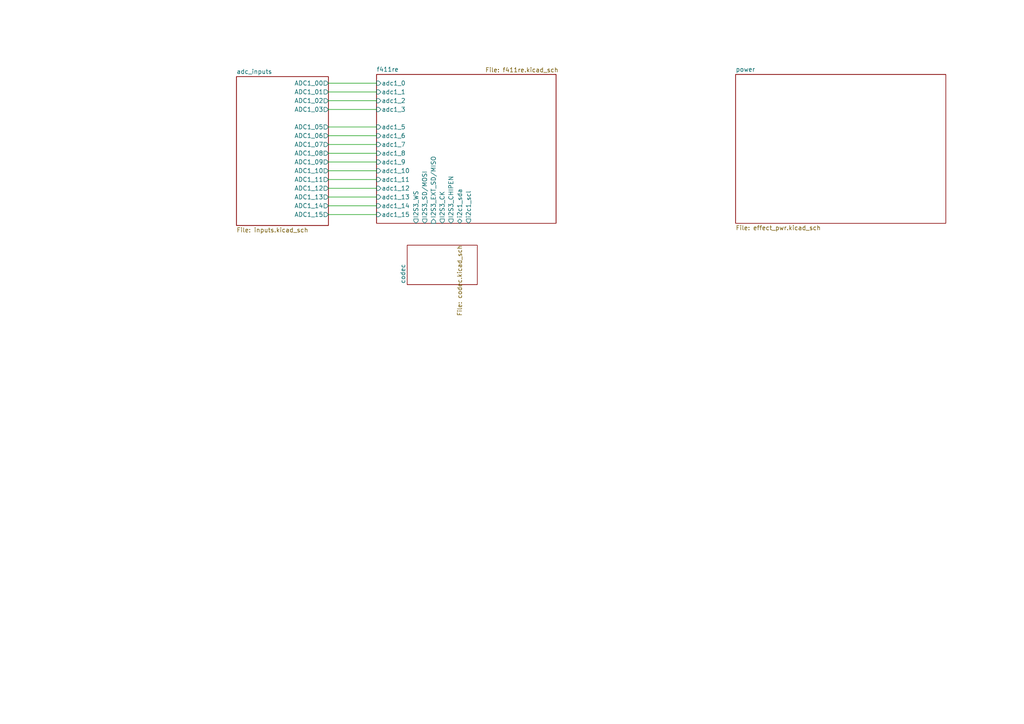
<source format=kicad_sch>
(kicad_sch
	(version 20231120)
	(generator "eeschema")
	(generator_version "8.0")
	(uuid "09776c74-59dd-487f-8ec3-05d79413a172")
	(paper "A4")
	(title_block
		(title "multiFX module")
	)
	(lib_symbols)
	(wire
		(pts
			(xy 95.25 57.15) (xy 109.22 57.15)
		)
		(stroke
			(width 0)
			(type default)
		)
		(uuid "4dd43e10-71b2-4f97-b56e-cd1adedc9372")
	)
	(wire
		(pts
			(xy 95.25 39.37) (xy 109.22 39.37)
		)
		(stroke
			(width 0)
			(type default)
		)
		(uuid "4e6c7394-720a-4516-9664-01422ad113d5")
	)
	(wire
		(pts
			(xy 95.25 44.45) (xy 109.22 44.45)
		)
		(stroke
			(width 0)
			(type default)
		)
		(uuid "606a2553-afa7-461b-96cd-a19e96bfe7b1")
	)
	(wire
		(pts
			(xy 95.25 24.13) (xy 109.22 24.13)
		)
		(stroke
			(width 0)
			(type default)
		)
		(uuid "6ba8eee8-ea44-4770-a059-432be85cc5c5")
	)
	(wire
		(pts
			(xy 95.25 49.53) (xy 109.22 49.53)
		)
		(stroke
			(width 0)
			(type default)
		)
		(uuid "7765b9ca-b276-4bc0-a932-0f581c57a92b")
	)
	(wire
		(pts
			(xy 95.25 62.23) (xy 109.22 62.23)
		)
		(stroke
			(width 0)
			(type default)
		)
		(uuid "781611d9-95d6-431d-87f9-b831ed1174e4")
	)
	(wire
		(pts
			(xy 95.25 31.75) (xy 109.22 31.75)
		)
		(stroke
			(width 0)
			(type default)
		)
		(uuid "7c5272e2-bbf5-4a0d-96aa-4c44507d7126")
	)
	(wire
		(pts
			(xy 95.25 54.61) (xy 109.22 54.61)
		)
		(stroke
			(width 0)
			(type default)
		)
		(uuid "822bd6db-45d8-45d9-924d-c3f893dc44b7")
	)
	(wire
		(pts
			(xy 95.25 26.67) (xy 109.22 26.67)
		)
		(stroke
			(width 0)
			(type default)
		)
		(uuid "9b2b0ba4-1673-4850-a07a-d1de7e71896e")
	)
	(wire
		(pts
			(xy 95.25 59.69) (xy 109.22 59.69)
		)
		(stroke
			(width 0)
			(type default)
		)
		(uuid "9e4a39f8-3f8f-4ff2-a5b5-cca3af6ede5d")
	)
	(wire
		(pts
			(xy 95.25 36.83) (xy 109.22 36.83)
		)
		(stroke
			(width 0)
			(type default)
		)
		(uuid "ab29364e-bd17-4c1d-b54b-5b54511b80f9")
	)
	(wire
		(pts
			(xy 95.25 52.07) (xy 109.22 52.07)
		)
		(stroke
			(width 0)
			(type default)
		)
		(uuid "c8830bd0-0b93-4e29-8aeb-2201d77274ef")
	)
	(wire
		(pts
			(xy 95.25 29.21) (xy 109.22 29.21)
		)
		(stroke
			(width 0)
			(type default)
		)
		(uuid "dfc2c2aa-baa5-4a6c-8f8a-4efb11022c14")
	)
	(wire
		(pts
			(xy 95.25 46.99) (xy 109.22 46.99)
		)
		(stroke
			(width 0)
			(type default)
		)
		(uuid "e174186e-f64b-4987-a6e5-5f2a30bac97d")
	)
	(wire
		(pts
			(xy 95.25 41.91) (xy 109.22 41.91)
		)
		(stroke
			(width 0)
			(type default)
		)
		(uuid "e2e982bb-ae62-4bcb-b094-db9b1a32eb7c")
	)
	(sheet
		(at 109.22 21.59)
		(size 52.07 43.18)
		(stroke
			(width 0.1524)
			(type solid)
		)
		(fill
			(color 0 0 0 0.0000)
		)
		(uuid "193d4c05-79ee-442f-9b12-c503b76619fb")
		(property "Sheetname" "f411re"
			(at 109.22 20.8784 0)
			(effects
				(font
					(size 1.27 1.27)
				)
				(justify left bottom)
			)
		)
		(property "Sheetfile" "f411re.kicad_sch"
			(at 140.716 19.558 0)
			(effects
				(font
					(size 1.27 1.27)
				)
				(justify left top)
			)
		)
		(pin "adc1_15" input
			(at 109.22 62.23 180)
			(effects
				(font
					(size 1.27 1.27)
				)
				(justify left)
			)
			(uuid "edb8b411-17de-43b1-a488-022bf06eb2a3")
		)
		(pin "adc1_12" input
			(at 109.22 54.61 180)
			(effects
				(font
					(size 1.27 1.27)
				)
				(justify left)
			)
			(uuid "48b993ee-36e9-46b9-b49d-0d794d06242d")
		)
		(pin "adc1_13" input
			(at 109.22 57.15 180)
			(effects
				(font
					(size 1.27 1.27)
				)
				(justify left)
			)
			(uuid "52e99767-d546-45f4-bba7-cc0d0df9533c")
		)
		(pin "adc1_14" input
			(at 109.22 59.69 180)
			(effects
				(font
					(size 1.27 1.27)
				)
				(justify left)
			)
			(uuid "4452f7e3-802c-4f56-8c6b-c1f8e6f86e47")
		)
		(pin "adc1_5" input
			(at 109.22 36.83 180)
			(effects
				(font
					(size 1.27 1.27)
				)
				(justify left)
			)
			(uuid "2cf760e3-e968-47a8-a81a-7c72707fbb27")
		)
		(pin "adc1_7" input
			(at 109.22 41.91 180)
			(effects
				(font
					(size 1.27 1.27)
				)
				(justify left)
			)
			(uuid "cd8b76d9-5510-4e1e-8568-1618c9fa6648")
		)
		(pin "adc1_6" input
			(at 109.22 39.37 180)
			(effects
				(font
					(size 1.27 1.27)
				)
				(justify left)
			)
			(uuid "2ea3a866-daa6-4c8f-9039-c69f29af9f8a")
		)
		(pin "adc1_8" input
			(at 109.22 44.45 180)
			(effects
				(font
					(size 1.27 1.27)
				)
				(justify left)
			)
			(uuid "a2c9417a-7edb-4e98-af72-bac8a4a28666")
		)
		(pin "adc1_9" input
			(at 109.22 46.99 180)
			(effects
				(font
					(size 1.27 1.27)
				)
				(justify left)
			)
			(uuid "2313075d-7662-449c-ac8b-f5e95e7540c7")
		)
		(pin "adc1_11" input
			(at 109.22 52.07 180)
			(effects
				(font
					(size 1.27 1.27)
				)
				(justify left)
			)
			(uuid "d9ed2214-54c0-4b53-b95c-c8da8466861f")
		)
		(pin "adc1_10" input
			(at 109.22 49.53 180)
			(effects
				(font
					(size 1.27 1.27)
				)
				(justify left)
			)
			(uuid "e2814518-11cb-47af-aba2-b5b6f0bbc330")
		)
		(pin "adc1_0" input
			(at 109.22 24.13 180)
			(effects
				(font
					(size 1.27 1.27)
				)
				(justify left)
			)
			(uuid "be066e15-d6f6-40ae-8099-974f75f174ce")
		)
		(pin "adc1_1" input
			(at 109.22 26.67 180)
			(effects
				(font
					(size 1.27 1.27)
				)
				(justify left)
			)
			(uuid "fd3f4e63-2f32-4f23-b8fe-417b595050ed")
		)
		(pin "adc1_2" input
			(at 109.22 29.21 180)
			(effects
				(font
					(size 1.27 1.27)
				)
				(justify left)
			)
			(uuid "292c181e-e072-4f23-af94-51358c96064d")
		)
		(pin "adc1_3" input
			(at 109.22 31.75 180)
			(effects
				(font
					(size 1.27 1.27)
				)
				(justify left)
			)
			(uuid "7091656d-3833-46f8-be79-7ba163c4712a")
		)
		(pin "i2c1_scl" output
			(at 135.89 64.77 270)
			(effects
				(font
					(size 1.27 1.27)
				)
				(justify left)
			)
			(uuid "8e749581-98e7-4c64-a065-65684c529228")
		)
		(pin "i2c1_sda" bidirectional
			(at 133.35 64.77 270)
			(effects
				(font
					(size 1.27 1.27)
				)
				(justify left)
			)
			(uuid "2338ec75-9da2-4b99-b860-1231bc270b73")
		)
		(pin "I2S3_WS" output
			(at 120.65 64.77 270)
			(effects
				(font
					(size 1.27 1.27)
				)
				(justify left)
			)
			(uuid "d17d8c2a-ea39-4255-8b69-a98b77444fec")
		)
		(pin "I2S3_SD{slash}MOSI" output
			(at 123.19 64.77 270)
			(effects
				(font
					(size 1.27 1.27)
				)
				(justify left)
			)
			(uuid "dcae56ea-2e8a-4922-8537-889e296f5551")
		)
		(pin "I2S3_CK" output
			(at 128.27 64.77 270)
			(effects
				(font
					(size 1.27 1.27)
				)
				(justify left)
			)
			(uuid "347f3123-00a7-48c4-8269-625286ad81f0")
		)
		(pin "I2S3_EXT_SD{slash}MISO" input
			(at 125.73 64.77 270)
			(effects
				(font
					(size 1.27 1.27)
				)
				(justify left)
			)
			(uuid "6dac227e-5834-4b9d-ba5b-a321fb4d12be")
		)
		(pin "I2S3_CHIPEN" output
			(at 130.81 64.77 270)
			(effects
				(font
					(size 1.27 1.27)
				)
				(justify left)
			)
			(uuid "e5fc59a8-6f5a-41df-9b31-aafc9785f97f")
		)
		(instances
			(project "effect"
				(path "/09776c74-59dd-487f-8ec3-05d79413a172"
					(page "3")
				)
			)
		)
	)
	(sheet
		(at 118.11 71.12)
		(size 20.32 11.43)
		(stroke
			(width 0.1524)
			(type solid)
		)
		(fill
			(color 0 0 0 0.0000)
		)
		(uuid "61941026-e34b-4d84-b821-82997fc938ed")
		(property "Sheetname" "codec"
			(at 117.602 82.296 90)
			(effects
				(font
					(size 1.27 1.27)
				)
				(justify left bottom)
			)
		)
		(property "Sheetfile" "codec.kicad_sch"
			(at 132.588 91.694 90)
			(effects
				(font
					(size 1.27 1.27)
				)
				(justify left top)
			)
		)
		(instances
			(project "effect"
				(path "/09776c74-59dd-487f-8ec3-05d79413a172"
					(page "6")
				)
			)
		)
	)
	(sheet
		(at 68.58 22.225)
		(size 26.67 43.18)
		(fields_autoplaced yes)
		(stroke
			(width 0.1524)
			(type solid)
		)
		(fill
			(color 0 0 0 0.0000)
		)
		(uuid "65a2a669-588c-4fa7-85ba-105b32cb0a8c")
		(property "Sheetname" "adc_inputs"
			(at 68.58 21.5134 0)
			(effects
				(font
					(size 1.27 1.27)
				)
				(justify left bottom)
			)
		)
		(property "Sheetfile" "inputs.kicad_sch"
			(at 68.58 65.9896 0)
			(effects
				(font
					(size 1.27 1.27)
				)
				(justify left top)
			)
		)
		(pin "ADC1_01" output
			(at 95.25 26.67 0)
			(effects
				(font
					(size 1.27 1.27)
				)
				(justify right)
			)
			(uuid "db5576b9-cb15-4735-84a9-0c0dd6efece2")
		)
		(pin "ADC1_00" output
			(at 95.25 24.13 0)
			(effects
				(font
					(size 1.27 1.27)
				)
				(justify right)
			)
			(uuid "7e3f8fc0-4479-45c8-a006-f80faf91b5b4")
		)
		(pin "ADC1_03" output
			(at 95.25 31.75 0)
			(effects
				(font
					(size 1.27 1.27)
				)
				(justify right)
			)
			(uuid "8070cc26-2be2-491e-8948-125cd1b71844")
		)
		(pin "ADC1_02" output
			(at 95.25 29.21 0)
			(effects
				(font
					(size 1.27 1.27)
				)
				(justify right)
			)
			(uuid "ad5d2637-91f5-4870-8324-538771736b2b")
		)
		(pin "ADC1_13" output
			(at 95.25 57.15 0)
			(effects
				(font
					(size 1.27 1.27)
				)
				(justify right)
			)
			(uuid "dc4742c7-86f6-4189-9fc5-390a621f7de5")
		)
		(pin "ADC1_12" output
			(at 95.25 54.61 0)
			(effects
				(font
					(size 1.27 1.27)
				)
				(justify right)
			)
			(uuid "24d815a0-e533-4869-9c94-a314daf2810b")
		)
		(pin "ADC1_08" output
			(at 95.25 44.45 0)
			(effects
				(font
					(size 1.27 1.27)
				)
				(justify right)
			)
			(uuid "c82d64ae-456b-44b2-8eee-a186e62bc38c")
		)
		(pin "ADC1_09" output
			(at 95.25 46.99 0)
			(effects
				(font
					(size 1.27 1.27)
				)
				(justify right)
			)
			(uuid "46ab6eff-a873-40c9-84a7-0b2065fed7b3")
		)
		(pin "ADC1_15" output
			(at 95.25 62.23 0)
			(effects
				(font
					(size 1.27 1.27)
				)
				(justify right)
			)
			(uuid "c13ef84d-aafd-4523-978e-390fe342c3f9")
		)
		(pin "ADC1_14" output
			(at 95.25 59.69 0)
			(effects
				(font
					(size 1.27 1.27)
				)
				(justify right)
			)
			(uuid "6d864e86-2e19-4c81-bde2-12758ae6a357")
		)
		(pin "ADC1_10" output
			(at 95.25 49.53 0)
			(effects
				(font
					(size 1.27 1.27)
				)
				(justify right)
			)
			(uuid "9a6cc72e-8070-406e-b09a-d672ef8e4792")
		)
		(pin "ADC1_11" output
			(at 95.25 52.07 0)
			(effects
				(font
					(size 1.27 1.27)
				)
				(justify right)
			)
			(uuid "577ea625-856d-4621-b5f1-945ff6858106")
		)
		(pin "ADC1_07" output
			(at 95.25 41.91 0)
			(effects
				(font
					(size 1.27 1.27)
				)
				(justify right)
			)
			(uuid "dde5c1e2-36f4-441a-b048-63ee283fe5df")
		)
		(pin "ADC1_05" output
			(at 95.25 36.83 0)
			(effects
				(font
					(size 1.27 1.27)
				)
				(justify right)
			)
			(uuid "c5fd30b8-eadb-4d5a-b7eb-7c28acd562e3")
		)
		(pin "ADC1_06" output
			(at 95.25 39.37 0)
			(effects
				(font
					(size 1.27 1.27)
				)
				(justify right)
			)
			(uuid "0fa76556-2c8b-4e21-af1e-6da8fb8000f8")
		)
		(instances
			(project "effect"
				(path "/09776c74-59dd-487f-8ec3-05d79413a172"
					(page "4")
				)
			)
		)
	)
	(sheet
		(at 213.36 21.59)
		(size 60.96 43.18)
		(fields_autoplaced yes)
		(stroke
			(width 0.1524)
			(type solid)
		)
		(fill
			(color 0 0 0 0.0000)
		)
		(uuid "ca9ef2bd-717a-42f2-9ba7-91b77446ee28")
		(property "Sheetname" "power"
			(at 213.36 20.8784 0)
			(effects
				(font
					(size 1.27 1.27)
				)
				(justify left bottom)
			)
		)
		(property "Sheetfile" "effect_pwr.kicad_sch"
			(at 213.36 65.3546 0)
			(effects
				(font
					(size 1.27 1.27)
				)
				(justify left top)
			)
		)
		(instances
			(project "effect"
				(path "/09776c74-59dd-487f-8ec3-05d79413a172"
					(page "2")
				)
			)
		)
	)
	(sheet_instances
		(path "/"
			(page "1")
		)
	)
)

</source>
